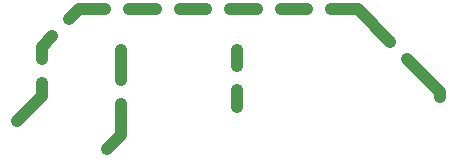
<source format=gbr>
G04 EAGLE Gerber RS-274X export*
G75*
%MOMM*%
%FSLAX34Y34*%
%LPD*%
%INMilling*%
%IPPOS*%
%AMOC8*
5,1,8,0,0,1.08239X$1,22.5*%
G01*
%ADD10C,1.016000*%


D10*
X19396Y117531D02*
X40323Y138458D01*
X40323Y149261D01*
X40323Y169581D02*
X40323Y180384D01*
X48980Y189041D01*
X63349Y203410D02*
X72005Y212067D01*
X94368Y212067D01*
X114688Y212067D02*
X137051Y212067D01*
X157371Y212067D02*
X179734Y212067D01*
X200054Y212067D02*
X222417Y212067D01*
X242737Y212067D02*
X265101Y212067D01*
X285421Y212067D02*
X307784Y212067D01*
X335563Y184287D01*
X349932Y169919D02*
X377711Y142139D01*
X377711Y137971D01*
X107699Y151701D02*
X107699Y177829D01*
X107699Y131381D02*
X107699Y105253D01*
X95959Y93514D01*
X205699Y163717D02*
X205699Y177829D01*
X205699Y143397D02*
X205699Y129284D01*
M02*

</source>
